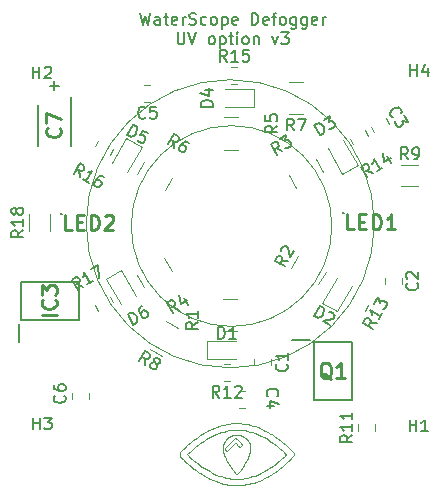
<source format=gbr>
G04 #@! TF.GenerationSoftware,KiCad,Pcbnew,(5.1.10)-1*
G04 #@! TF.CreationDate,2022-02-25T15:53:37+01:00*
G04 #@! TF.ProjectId,led_defogger_PCB_with_UV_2022,6c65645f-6465-4666-9f67-6765725f5043,rev?*
G04 #@! TF.SameCoordinates,Original*
G04 #@! TF.FileFunction,Legend,Top*
G04 #@! TF.FilePolarity,Positive*
%FSLAX46Y46*%
G04 Gerber Fmt 4.6, Leading zero omitted, Abs format (unit mm)*
G04 Created by KiCad (PCBNEW (5.1.10)-1) date 2022-02-25 15:53:37*
%MOMM*%
%LPD*%
G01*
G04 APERTURE LIST*
%ADD10C,0.150000*%
%ADD11C,0.125000*%
%ADD12C,0.050000*%
%ADD13C,0.120000*%
%ADD14C,0.200000*%
%ADD15C,0.254000*%
G04 APERTURE END LIST*
D10*
X178435047Y-85923428D02*
X179196952Y-85923428D01*
X178816000Y-86304380D02*
X178816000Y-85542476D01*
D11*
X194322488Y-118774364D02*
X194411010Y-118663626D01*
X194411010Y-118663626D02*
X194500861Y-118547228D01*
X194500861Y-118547228D02*
X194580738Y-118440272D01*
X194580738Y-118440272D02*
X194665772Y-118322517D01*
X194665772Y-118322517D02*
X194754165Y-118195349D01*
X194754165Y-118195349D02*
X194844116Y-118060152D01*
X194844116Y-118060152D02*
X194911520Y-117954319D01*
X194911520Y-117954319D02*
X194956006Y-117881977D01*
X194621541Y-116443808D02*
X194504542Y-116492306D01*
X194504542Y-116492306D02*
X194387544Y-116443808D01*
X193541121Y-117882189D02*
X193608012Y-117990161D01*
X193608012Y-117990161D02*
X193698067Y-118128823D01*
X193698067Y-118128823D02*
X193787460Y-118260155D01*
X193787460Y-118260155D02*
X193874392Y-118382769D01*
X193874392Y-118382769D02*
X193957061Y-118495277D01*
X193957061Y-118495277D02*
X194033667Y-118596292D01*
X194033667Y-118596292D02*
X194118154Y-118704284D01*
X194118154Y-118704284D02*
X194174533Y-118774364D01*
X194956006Y-117881977D02*
X195037508Y-117743188D01*
X195037508Y-117743188D02*
X195111087Y-117609039D01*
X195111087Y-117609039D02*
X195176723Y-117479587D01*
X195176723Y-117479587D02*
X195234394Y-117354890D01*
X195234394Y-117354890D02*
X195284081Y-117235006D01*
X195284081Y-117235006D02*
X195337876Y-117082745D01*
X195337876Y-117082745D02*
X195377390Y-116939277D01*
X195377390Y-116939277D02*
X195402578Y-116804741D01*
X195402578Y-116804741D02*
X195413389Y-116679270D01*
X195413389Y-116679270D02*
X195413841Y-116649336D01*
X194248511Y-118809501D02*
X194322488Y-118774364D01*
X198439161Y-117146679D02*
X198327041Y-117258564D01*
X198327041Y-117258564D02*
X198218572Y-117362661D01*
X198218572Y-117362661D02*
X198126728Y-117447961D01*
X198126728Y-117447961D02*
X198026216Y-117538538D01*
X198026216Y-117538538D02*
X197917333Y-117633568D01*
X197917333Y-117633568D02*
X197800372Y-117732225D01*
X197800372Y-117732225D02*
X197675628Y-117833684D01*
X197675628Y-117833684D02*
X197543395Y-117937120D01*
X197543395Y-117937120D02*
X197403969Y-118041709D01*
X197403969Y-118041709D02*
X197307168Y-118111667D01*
X191189790Y-118111667D02*
X191045731Y-118006766D01*
X191045731Y-118006766D02*
X190908671Y-117902464D01*
X190908671Y-117902464D02*
X190778906Y-117799586D01*
X190778906Y-117799586D02*
X190656730Y-117698959D01*
X190656730Y-117698959D02*
X190542439Y-117601410D01*
X190542439Y-117601410D02*
X190436329Y-117507766D01*
X190436329Y-117507766D02*
X190338696Y-117418853D01*
X190338696Y-117418853D02*
X190222216Y-117309091D01*
X190222216Y-117309091D02*
X190122031Y-117211170D01*
X190122031Y-117211170D02*
X190058008Y-117146679D01*
X193293439Y-116578746D02*
X194024959Y-115847120D01*
X199021244Y-116967503D02*
X198914220Y-116850397D01*
X198914220Y-116850397D02*
X198795739Y-116728070D01*
X198795739Y-116728070D02*
X198680148Y-116613864D01*
X198680148Y-116613864D02*
X198542612Y-116483514D01*
X198542612Y-116483514D02*
X198439160Y-116389027D01*
X198439160Y-116389027D02*
X198326600Y-116289438D01*
X198326600Y-116289438D02*
X198205189Y-116185575D01*
X198205189Y-116185575D02*
X198075186Y-116078267D01*
X198075186Y-116078267D02*
X197936849Y-115968343D01*
X197936849Y-115968343D02*
X197790435Y-115856632D01*
X197790435Y-115856632D02*
X197636203Y-115743964D01*
X197636203Y-118549500D02*
X197790452Y-118436831D01*
X197790452Y-118436831D02*
X197936879Y-118325120D01*
X197936879Y-118325120D02*
X198075225Y-118215196D01*
X198075225Y-118215196D02*
X198205234Y-118107887D01*
X198205234Y-118107887D02*
X198326647Y-118004022D01*
X198326647Y-118004022D02*
X198439207Y-117904430D01*
X198439207Y-117904430D02*
X198542656Y-117809940D01*
X198542656Y-117809940D02*
X198636738Y-117721380D01*
X198636738Y-117721380D02*
X198759732Y-117601473D01*
X198759732Y-117601473D02*
X198860200Y-117499572D01*
X198860200Y-117499572D02*
X198957614Y-117396546D01*
X198957614Y-117396546D02*
X199021244Y-117325855D01*
X190860965Y-115743964D02*
X190706714Y-115856632D01*
X190706714Y-115856632D02*
X190560284Y-115968343D01*
X190560284Y-115968343D02*
X190421932Y-116078267D01*
X190421932Y-116078267D02*
X190291917Y-116185575D01*
X190291917Y-116185575D02*
X190170496Y-116289438D01*
X190170496Y-116289438D02*
X190057927Y-116389027D01*
X190057927Y-116389027D02*
X189954468Y-116483514D01*
X189954468Y-116483514D02*
X189860377Y-116572070D01*
X189860377Y-116572070D02*
X189737368Y-116691968D01*
X189737368Y-116691968D02*
X189636887Y-116793857D01*
X189636887Y-116793857D02*
X189539459Y-116896860D01*
X189539459Y-116896860D02*
X189475820Y-116967503D01*
X194248511Y-115483900D02*
X194071267Y-115497353D01*
X194071267Y-115497353D02*
X193902339Y-115536384D01*
X193902339Y-115536384D02*
X193743716Y-115599000D01*
X193743716Y-115599000D02*
X193597391Y-115683210D01*
X193597391Y-115683210D02*
X193465355Y-115787021D01*
X193465355Y-115787021D02*
X193349599Y-115908439D01*
X193349599Y-115908439D02*
X193252115Y-116045474D01*
X193252115Y-116045474D02*
X193174894Y-116196131D01*
X193174894Y-116196131D02*
X193119927Y-116358420D01*
X193119927Y-116358420D02*
X193089207Y-116530347D01*
X193089207Y-116530347D02*
X193083180Y-116649336D01*
X194171538Y-116227696D02*
X194112377Y-116227696D01*
X197636203Y-115743964D02*
X197530351Y-115669572D01*
X197530351Y-115669572D02*
X197424266Y-115597414D01*
X197424266Y-115597414D02*
X197317972Y-115527497D01*
X197317972Y-115527497D02*
X197211491Y-115459831D01*
X197211491Y-115459831D02*
X197104847Y-115394424D01*
X197104847Y-115394424D02*
X196891162Y-115270418D01*
X196891162Y-115270418D02*
X196677102Y-115155548D01*
X196677102Y-115155548D02*
X196462852Y-115049880D01*
X196462852Y-115049880D02*
X196248598Y-114953483D01*
X196248598Y-114953483D02*
X196034527Y-114866423D01*
X196034527Y-114866423D02*
X195820822Y-114788767D01*
X195820822Y-114788767D02*
X195607671Y-114720583D01*
X195607671Y-114720583D02*
X195395258Y-114661938D01*
X195395258Y-114661938D02*
X195183769Y-114612900D01*
X195183769Y-114612900D02*
X194973389Y-114573535D01*
X194973389Y-114573535D02*
X194764305Y-114543912D01*
X194764305Y-114543912D02*
X194556701Y-114524096D01*
X194556701Y-114524096D02*
X194350764Y-114514156D01*
X194350764Y-114514156D02*
X194248479Y-114512911D01*
X194248479Y-114512911D02*
X194043463Y-114517888D01*
X194043463Y-114517888D02*
X193836686Y-114532774D01*
X193836686Y-114532774D02*
X193628333Y-114557502D01*
X193628333Y-114557502D02*
X193418591Y-114592004D01*
X193418591Y-114592004D02*
X193207646Y-114636214D01*
X193207646Y-114636214D02*
X192995682Y-114690064D01*
X192995682Y-114690064D02*
X192782887Y-114753487D01*
X192782887Y-114753487D02*
X192569446Y-114826415D01*
X192569446Y-114826415D02*
X192355544Y-114908781D01*
X192355544Y-114908781D02*
X192141369Y-115000519D01*
X192141369Y-115000519D02*
X191927105Y-115101559D01*
X191927105Y-115101559D02*
X191712938Y-115211837D01*
X191712938Y-115211837D02*
X191499055Y-115331283D01*
X191499055Y-115331283D02*
X191285641Y-115459831D01*
X191285641Y-115459831D02*
X191179168Y-115527497D01*
X191179168Y-115527497D02*
X191072882Y-115597414D01*
X191072882Y-115597414D02*
X190966807Y-115669572D01*
X190966807Y-115669572D02*
X190860965Y-115743964D01*
X190058008Y-117146679D02*
X190170084Y-117034793D01*
X190170084Y-117034793D02*
X190278527Y-116930696D01*
X190278527Y-116930696D02*
X190370355Y-116845396D01*
X190370355Y-116845396D02*
X190470851Y-116754819D01*
X190470851Y-116754819D02*
X190579719Y-116659789D01*
X190579719Y-116659789D02*
X190696665Y-116561132D01*
X190696665Y-116561132D02*
X190821392Y-116459673D01*
X190821392Y-116459673D02*
X190953604Y-116356237D01*
X190953604Y-116356237D02*
X191093006Y-116251648D01*
X191093006Y-116251648D02*
X191189790Y-116181691D01*
X189475820Y-117325855D02*
X189559803Y-117418473D01*
X189559803Y-117418473D02*
X189667824Y-117531366D01*
X189667824Y-117531366D02*
X189775911Y-117639580D01*
X189775911Y-117639580D02*
X189906236Y-117764867D01*
X189906236Y-117764867D02*
X190005043Y-117856495D01*
X190005043Y-117856495D02*
X190113090Y-117953640D01*
X190113090Y-117953640D02*
X190230117Y-118055472D01*
X190230117Y-118055472D02*
X190355867Y-118161162D01*
X190355867Y-118161162D02*
X190490083Y-118269883D01*
X190490083Y-118269883D02*
X190632506Y-118380804D01*
X190632506Y-118380804D02*
X190782879Y-118493097D01*
X190782879Y-118493097D02*
X190860966Y-118549500D01*
X197307168Y-116181691D02*
X197451250Y-116286615D01*
X197451250Y-116286615D02*
X197588326Y-116390933D01*
X197588326Y-116390933D02*
X197718102Y-116493818D01*
X197718102Y-116493818D02*
X197840285Y-116594445D01*
X197840285Y-116594445D02*
X197954581Y-116691989D01*
X197954581Y-116691989D02*
X198060699Y-116785625D01*
X198060699Y-116785625D02*
X198158345Y-116874529D01*
X198158345Y-116874529D02*
X198274854Y-116984277D01*
X198274854Y-116984277D02*
X198375086Y-117082189D01*
X198375086Y-117082189D02*
X198439161Y-117146679D01*
X194248479Y-119233077D02*
X194020061Y-119226103D01*
X194020061Y-119226103D02*
X193794666Y-119205874D01*
X193794666Y-119205874D02*
X193572712Y-119173428D01*
X193572712Y-119173428D02*
X193354614Y-119129800D01*
X193354614Y-119129800D02*
X193140788Y-119076028D01*
X193140788Y-119076028D02*
X192931651Y-119013150D01*
X192931651Y-119013150D02*
X192727620Y-118942202D01*
X192727620Y-118942202D02*
X192529110Y-118864221D01*
X192529110Y-118864221D02*
X192336539Y-118780245D01*
X192336539Y-118780245D02*
X192150322Y-118691311D01*
X192150322Y-118691311D02*
X191970877Y-118598456D01*
X191970877Y-118598456D02*
X191798619Y-118502718D01*
X191798619Y-118502718D02*
X191633965Y-118405132D01*
X191633965Y-118405132D02*
X191477331Y-118306737D01*
X191477331Y-118306737D02*
X191329134Y-118208569D01*
X191329134Y-118208569D02*
X191189790Y-118111667D01*
X194024959Y-115847120D02*
X194141997Y-115798780D01*
X194141997Y-115798780D02*
X194258956Y-115847120D01*
X199021244Y-117325855D02*
X199081551Y-117206225D01*
X199081551Y-117206225D02*
X199078679Y-117075501D01*
X199078679Y-117075501D02*
X199021244Y-116967503D01*
X194621541Y-116209811D02*
X194670039Y-116326769D01*
X194670039Y-116326769D02*
X194621541Y-116443808D01*
X191189790Y-116181691D02*
X191329134Y-116084788D01*
X191329134Y-116084788D02*
X191477331Y-115986620D01*
X191477331Y-115986620D02*
X191633965Y-115888225D01*
X191633965Y-115888225D02*
X191798619Y-115790639D01*
X191798619Y-115790639D02*
X191970877Y-115694901D01*
X191970877Y-115694901D02*
X192150322Y-115602046D01*
X192150322Y-115602046D02*
X192336539Y-115513112D01*
X192336539Y-115513112D02*
X192529110Y-115429136D01*
X192529110Y-115429136D02*
X192727620Y-115351155D01*
X192727620Y-115351155D02*
X192931651Y-115280207D01*
X192931651Y-115280207D02*
X193140788Y-115217329D01*
X193140788Y-115217329D02*
X193354614Y-115163557D01*
X193354614Y-115163557D02*
X193572712Y-115119929D01*
X193572712Y-115119929D02*
X193794666Y-115087483D01*
X193794666Y-115087483D02*
X194020061Y-115067254D01*
X194020061Y-115067254D02*
X194248479Y-115060281D01*
X194248479Y-119780553D02*
X194453512Y-119775574D01*
X194453512Y-119775574D02*
X194660302Y-119760685D01*
X194660302Y-119760685D02*
X194868664Y-119735952D01*
X194868664Y-119735952D02*
X195078413Y-119701444D01*
X195078413Y-119701444D02*
X195289364Y-119657227D01*
X195289364Y-119657227D02*
X195501332Y-119603371D01*
X195501332Y-119603371D02*
X195714131Y-119539942D01*
X195714131Y-119539942D02*
X195927577Y-119467008D01*
X195927577Y-119467008D02*
X196141484Y-119384638D01*
X196141484Y-119384638D02*
X196355667Y-119292898D01*
X196355667Y-119292898D02*
X196569942Y-119191857D01*
X196569942Y-119191857D02*
X196784122Y-119081582D01*
X196784122Y-119081582D02*
X196998024Y-118962141D01*
X196998024Y-118962141D02*
X197211461Y-118833601D01*
X197211461Y-118833601D02*
X197317948Y-118765941D01*
X197317948Y-118765941D02*
X197424249Y-118696032D01*
X197424249Y-118696032D02*
X197530342Y-118623882D01*
X197530342Y-118623882D02*
X197636203Y-118549500D01*
X194387544Y-116443808D02*
X194171538Y-116227696D01*
X194112377Y-116227696D02*
X193527436Y-116812743D01*
X193527436Y-116812743D02*
X193410437Y-116861161D01*
X193410437Y-116861161D02*
X193293439Y-116812743D01*
X194248479Y-115060281D02*
X194476914Y-115067254D01*
X194476914Y-115067254D02*
X194702321Y-115087483D01*
X194702321Y-115087483D02*
X194924285Y-115119929D01*
X194924285Y-115119929D02*
X195142388Y-115163557D01*
X195142388Y-115163557D02*
X195356216Y-115217329D01*
X195356216Y-115217329D02*
X195565353Y-115280207D01*
X195565353Y-115280207D02*
X195769381Y-115351155D01*
X195769381Y-115351155D02*
X195967887Y-115429136D01*
X195967887Y-115429136D02*
X196160452Y-115513112D01*
X196160452Y-115513112D02*
X196346663Y-115602046D01*
X196346663Y-115602046D02*
X196526101Y-115694901D01*
X196526101Y-115694901D02*
X196698353Y-115790639D01*
X196698353Y-115790639D02*
X196863001Y-115888225D01*
X196863001Y-115888225D02*
X197019631Y-115986620D01*
X197019631Y-115986620D02*
X197167825Y-116084788D01*
X197167825Y-116084788D02*
X197307168Y-116181691D01*
X193293439Y-116812743D02*
X193244967Y-116695797D01*
X190860966Y-118549500D02*
X190966808Y-118623882D01*
X190966808Y-118623882D02*
X191072883Y-118696032D01*
X191072883Y-118696032D02*
X191179169Y-118765941D01*
X191179169Y-118765941D02*
X191285642Y-118833601D01*
X191285642Y-118833601D02*
X191392278Y-118899004D01*
X191392278Y-118899004D02*
X191605950Y-119023003D01*
X191605950Y-119023003D02*
X191819998Y-119137869D01*
X191819998Y-119137869D02*
X192034236Y-119243536D01*
X192034236Y-119243536D02*
X192248479Y-119339935D01*
X192248479Y-119339935D02*
X192462541Y-119426998D01*
X192462541Y-119426998D02*
X192676236Y-119504659D01*
X192676236Y-119504659D02*
X192889377Y-119572849D01*
X192889377Y-119572849D02*
X193101780Y-119631500D01*
X193101780Y-119631500D02*
X193313257Y-119680545D01*
X193313257Y-119680545D02*
X193523624Y-119719916D01*
X193523624Y-119719916D02*
X193732695Y-119749545D01*
X193732695Y-119749545D02*
X193940283Y-119769364D01*
X193940283Y-119769364D02*
X194146202Y-119779307D01*
X194146202Y-119779307D02*
X194248479Y-119780553D01*
X194174533Y-118774364D02*
X194248511Y-118809501D01*
X194258956Y-115847120D02*
X194621541Y-116209811D01*
X193083180Y-116649336D02*
X193094449Y-116804832D01*
X193094449Y-116804832D02*
X193119650Y-116939429D01*
X193119650Y-116939429D02*
X193159183Y-117082943D01*
X193159183Y-117082943D02*
X193212997Y-117235238D01*
X193212997Y-117235238D02*
X193262698Y-117355138D01*
X193262698Y-117355138D02*
X193320383Y-117479841D01*
X193320383Y-117479841D02*
X193386029Y-117609289D01*
X193386029Y-117609289D02*
X193459615Y-117743424D01*
X193459615Y-117743424D02*
X193541121Y-117882189D01*
X195413841Y-116649336D02*
X195400390Y-116472090D01*
X195400390Y-116472090D02*
X195361366Y-116303154D01*
X195361366Y-116303154D02*
X195298760Y-116144521D01*
X195298760Y-116144521D02*
X195214563Y-115998183D01*
X195214563Y-115998183D02*
X195110767Y-115866132D01*
X195110767Y-115866132D02*
X194989364Y-115750362D01*
X194989364Y-115750362D02*
X194852343Y-115652864D01*
X194852343Y-115652864D02*
X194701698Y-115575630D01*
X194701698Y-115575630D02*
X194539419Y-115520654D01*
X194539419Y-115520654D02*
X194367498Y-115489928D01*
X194367498Y-115489928D02*
X194248511Y-115483900D01*
X193244967Y-116695797D02*
X193293439Y-116578746D01*
X197307168Y-118111667D02*
X197167825Y-118208569D01*
X197167825Y-118208569D02*
X197019631Y-118306737D01*
X197019631Y-118306737D02*
X196863001Y-118405132D01*
X196863001Y-118405132D02*
X196698353Y-118502718D01*
X196698353Y-118502718D02*
X196526101Y-118598456D01*
X196526101Y-118598456D02*
X196346662Y-118691311D01*
X196346662Y-118691311D02*
X196160452Y-118780245D01*
X196160452Y-118780245D02*
X195967886Y-118864221D01*
X195967886Y-118864221D02*
X195769381Y-118942202D01*
X195769381Y-118942202D02*
X195565352Y-119013150D01*
X195565352Y-119013150D02*
X195356216Y-119076028D01*
X195356216Y-119076028D02*
X195142388Y-119129800D01*
X195142388Y-119129800D02*
X194924284Y-119173428D01*
X194924284Y-119173428D02*
X194702321Y-119205874D01*
X194702321Y-119205874D02*
X194476914Y-119226103D01*
X194476914Y-119226103D02*
X194248479Y-119233077D01*
X189475820Y-116967503D02*
X189415512Y-117087204D01*
X189415512Y-117087204D02*
X189418384Y-117217924D01*
X189418384Y-117217924D02*
X189475820Y-117325855D01*
D12*
X205913100Y-97629980D02*
G75*
G03*
X205913100Y-97629980I-12200000J0D01*
G01*
D13*
X202320000Y-97820000D02*
G75*
G03*
X202320000Y-97820000I-8500000J0D01*
G01*
D10*
X186095666Y-79780380D02*
X186333761Y-80780380D01*
X186524238Y-80066095D01*
X186714714Y-80780380D01*
X186952809Y-79780380D01*
X187762333Y-80780380D02*
X187762333Y-80256571D01*
X187714714Y-80161333D01*
X187619476Y-80113714D01*
X187429000Y-80113714D01*
X187333761Y-80161333D01*
X187762333Y-80732761D02*
X187667095Y-80780380D01*
X187429000Y-80780380D01*
X187333761Y-80732761D01*
X187286142Y-80637523D01*
X187286142Y-80542285D01*
X187333761Y-80447047D01*
X187429000Y-80399428D01*
X187667095Y-80399428D01*
X187762333Y-80351809D01*
X188095666Y-80113714D02*
X188476619Y-80113714D01*
X188238523Y-79780380D02*
X188238523Y-80637523D01*
X188286142Y-80732761D01*
X188381380Y-80780380D01*
X188476619Y-80780380D01*
X189190904Y-80732761D02*
X189095666Y-80780380D01*
X188905190Y-80780380D01*
X188809952Y-80732761D01*
X188762333Y-80637523D01*
X188762333Y-80256571D01*
X188809952Y-80161333D01*
X188905190Y-80113714D01*
X189095666Y-80113714D01*
X189190904Y-80161333D01*
X189238523Y-80256571D01*
X189238523Y-80351809D01*
X188762333Y-80447047D01*
X189667095Y-80780380D02*
X189667095Y-80113714D01*
X189667095Y-80304190D02*
X189714714Y-80208952D01*
X189762333Y-80161333D01*
X189857571Y-80113714D01*
X189952809Y-80113714D01*
X190238523Y-80732761D02*
X190381380Y-80780380D01*
X190619476Y-80780380D01*
X190714714Y-80732761D01*
X190762333Y-80685142D01*
X190809952Y-80589904D01*
X190809952Y-80494666D01*
X190762333Y-80399428D01*
X190714714Y-80351809D01*
X190619476Y-80304190D01*
X190429000Y-80256571D01*
X190333761Y-80208952D01*
X190286142Y-80161333D01*
X190238523Y-80066095D01*
X190238523Y-79970857D01*
X190286142Y-79875619D01*
X190333761Y-79828000D01*
X190429000Y-79780380D01*
X190667095Y-79780380D01*
X190809952Y-79828000D01*
X191667095Y-80732761D02*
X191571857Y-80780380D01*
X191381380Y-80780380D01*
X191286142Y-80732761D01*
X191238523Y-80685142D01*
X191190904Y-80589904D01*
X191190904Y-80304190D01*
X191238523Y-80208952D01*
X191286142Y-80161333D01*
X191381380Y-80113714D01*
X191571857Y-80113714D01*
X191667095Y-80161333D01*
X192238523Y-80780380D02*
X192143285Y-80732761D01*
X192095666Y-80685142D01*
X192048047Y-80589904D01*
X192048047Y-80304190D01*
X192095666Y-80208952D01*
X192143285Y-80161333D01*
X192238523Y-80113714D01*
X192381380Y-80113714D01*
X192476619Y-80161333D01*
X192524238Y-80208952D01*
X192571857Y-80304190D01*
X192571857Y-80589904D01*
X192524238Y-80685142D01*
X192476619Y-80732761D01*
X192381380Y-80780380D01*
X192238523Y-80780380D01*
X193000428Y-80113714D02*
X193000428Y-81113714D01*
X193000428Y-80161333D02*
X193095666Y-80113714D01*
X193286142Y-80113714D01*
X193381380Y-80161333D01*
X193429000Y-80208952D01*
X193476619Y-80304190D01*
X193476619Y-80589904D01*
X193429000Y-80685142D01*
X193381380Y-80732761D01*
X193286142Y-80780380D01*
X193095666Y-80780380D01*
X193000428Y-80732761D01*
X194286142Y-80732761D02*
X194190904Y-80780380D01*
X194000428Y-80780380D01*
X193905190Y-80732761D01*
X193857571Y-80637523D01*
X193857571Y-80256571D01*
X193905190Y-80161333D01*
X194000428Y-80113714D01*
X194190904Y-80113714D01*
X194286142Y-80161333D01*
X194333761Y-80256571D01*
X194333761Y-80351809D01*
X193857571Y-80447047D01*
X195524238Y-80780380D02*
X195524238Y-79780380D01*
X195762333Y-79780380D01*
X195905190Y-79828000D01*
X196000428Y-79923238D01*
X196048047Y-80018476D01*
X196095666Y-80208952D01*
X196095666Y-80351809D01*
X196048047Y-80542285D01*
X196000428Y-80637523D01*
X195905190Y-80732761D01*
X195762333Y-80780380D01*
X195524238Y-80780380D01*
X196905190Y-80732761D02*
X196809952Y-80780380D01*
X196619476Y-80780380D01*
X196524238Y-80732761D01*
X196476619Y-80637523D01*
X196476619Y-80256571D01*
X196524238Y-80161333D01*
X196619476Y-80113714D01*
X196809952Y-80113714D01*
X196905190Y-80161333D01*
X196952809Y-80256571D01*
X196952809Y-80351809D01*
X196476619Y-80447047D01*
X197238523Y-80113714D02*
X197619476Y-80113714D01*
X197381380Y-80780380D02*
X197381380Y-79923238D01*
X197429000Y-79828000D01*
X197524238Y-79780380D01*
X197619476Y-79780380D01*
X198095666Y-80780380D02*
X198000428Y-80732761D01*
X197952809Y-80685142D01*
X197905190Y-80589904D01*
X197905190Y-80304190D01*
X197952809Y-80208952D01*
X198000428Y-80161333D01*
X198095666Y-80113714D01*
X198238523Y-80113714D01*
X198333761Y-80161333D01*
X198381380Y-80208952D01*
X198429000Y-80304190D01*
X198429000Y-80589904D01*
X198381380Y-80685142D01*
X198333761Y-80732761D01*
X198238523Y-80780380D01*
X198095666Y-80780380D01*
X199286142Y-80113714D02*
X199286142Y-80923238D01*
X199238523Y-81018476D01*
X199190904Y-81066095D01*
X199095666Y-81113714D01*
X198952809Y-81113714D01*
X198857571Y-81066095D01*
X199286142Y-80732761D02*
X199190904Y-80780380D01*
X199000428Y-80780380D01*
X198905190Y-80732761D01*
X198857571Y-80685142D01*
X198809952Y-80589904D01*
X198809952Y-80304190D01*
X198857571Y-80208952D01*
X198905190Y-80161333D01*
X199000428Y-80113714D01*
X199190904Y-80113714D01*
X199286142Y-80161333D01*
X200190904Y-80113714D02*
X200190904Y-80923238D01*
X200143285Y-81018476D01*
X200095666Y-81066095D01*
X200000428Y-81113714D01*
X199857571Y-81113714D01*
X199762333Y-81066095D01*
X200190904Y-80732761D02*
X200095666Y-80780380D01*
X199905190Y-80780380D01*
X199809952Y-80732761D01*
X199762333Y-80685142D01*
X199714714Y-80589904D01*
X199714714Y-80304190D01*
X199762333Y-80208952D01*
X199809952Y-80161333D01*
X199905190Y-80113714D01*
X200095666Y-80113714D01*
X200190904Y-80161333D01*
X201048047Y-80732761D02*
X200952809Y-80780380D01*
X200762333Y-80780380D01*
X200667095Y-80732761D01*
X200619476Y-80637523D01*
X200619476Y-80256571D01*
X200667095Y-80161333D01*
X200762333Y-80113714D01*
X200952809Y-80113714D01*
X201048047Y-80161333D01*
X201095666Y-80256571D01*
X201095666Y-80351809D01*
X200619476Y-80447047D01*
X201524238Y-80780380D02*
X201524238Y-80113714D01*
X201524238Y-80304190D02*
X201571857Y-80208952D01*
X201619476Y-80161333D01*
X201714714Y-80113714D01*
X201809952Y-80113714D01*
X189262333Y-81430380D02*
X189262333Y-82239904D01*
X189309952Y-82335142D01*
X189357571Y-82382761D01*
X189452809Y-82430380D01*
X189643285Y-82430380D01*
X189738523Y-82382761D01*
X189786142Y-82335142D01*
X189833761Y-82239904D01*
X189833761Y-81430380D01*
X190167095Y-81430380D02*
X190500428Y-82430380D01*
X190833761Y-81430380D01*
X192071857Y-82430380D02*
X191976619Y-82382761D01*
X191929000Y-82335142D01*
X191881380Y-82239904D01*
X191881380Y-81954190D01*
X191929000Y-81858952D01*
X191976619Y-81811333D01*
X192071857Y-81763714D01*
X192214714Y-81763714D01*
X192309952Y-81811333D01*
X192357571Y-81858952D01*
X192405190Y-81954190D01*
X192405190Y-82239904D01*
X192357571Y-82335142D01*
X192309952Y-82382761D01*
X192214714Y-82430380D01*
X192071857Y-82430380D01*
X192833761Y-81763714D02*
X192833761Y-82763714D01*
X192833761Y-81811333D02*
X192929000Y-81763714D01*
X193119476Y-81763714D01*
X193214714Y-81811333D01*
X193262333Y-81858952D01*
X193309952Y-81954190D01*
X193309952Y-82239904D01*
X193262333Y-82335142D01*
X193214714Y-82382761D01*
X193119476Y-82430380D01*
X192929000Y-82430380D01*
X192833761Y-82382761D01*
X193595666Y-81763714D02*
X193976619Y-81763714D01*
X193738523Y-81430380D02*
X193738523Y-82287523D01*
X193786142Y-82382761D01*
X193881380Y-82430380D01*
X193976619Y-82430380D01*
X194309952Y-82430380D02*
X194309952Y-81763714D01*
X194309952Y-81430380D02*
X194262333Y-81478000D01*
X194309952Y-81525619D01*
X194357571Y-81478000D01*
X194309952Y-81430380D01*
X194309952Y-81525619D01*
X194929000Y-82430380D02*
X194833761Y-82382761D01*
X194786142Y-82335142D01*
X194738523Y-82239904D01*
X194738523Y-81954190D01*
X194786142Y-81858952D01*
X194833761Y-81811333D01*
X194929000Y-81763714D01*
X195071857Y-81763714D01*
X195167095Y-81811333D01*
X195214714Y-81858952D01*
X195262333Y-81954190D01*
X195262333Y-82239904D01*
X195214714Y-82335142D01*
X195167095Y-82382761D01*
X195071857Y-82430380D01*
X194929000Y-82430380D01*
X195690904Y-81763714D02*
X195690904Y-82430380D01*
X195690904Y-81858952D02*
X195738523Y-81811333D01*
X195833761Y-81763714D01*
X195976619Y-81763714D01*
X196071857Y-81811333D01*
X196119476Y-81906571D01*
X196119476Y-82430380D01*
X197262333Y-81763714D02*
X197500428Y-82430380D01*
X197738523Y-81763714D01*
X198024238Y-81430380D02*
X198643285Y-81430380D01*
X198309952Y-81811333D01*
X198452809Y-81811333D01*
X198548047Y-81858952D01*
X198595666Y-81906571D01*
X198643285Y-82001809D01*
X198643285Y-82239904D01*
X198595666Y-82335142D01*
X198548047Y-82382761D01*
X198452809Y-82430380D01*
X198167095Y-82430380D01*
X198071857Y-82382761D01*
X198024238Y-82335142D01*
D14*
X200787200Y-107633600D02*
X203987200Y-107633600D01*
X203987200Y-107633600D02*
X203987200Y-112533600D01*
X203987200Y-112533600D02*
X200787200Y-112533600D01*
X200787200Y-112533600D02*
X200787200Y-107633600D01*
X198912200Y-107478600D02*
X200437200Y-107478600D01*
X179437000Y-96786800D02*
G75*
G02*
X179337000Y-96786800I-50000J0D01*
G01*
X179337000Y-96786800D02*
G75*
G02*
X179437000Y-96786800I50000J0D01*
G01*
X179437000Y-96786800D02*
G75*
G02*
X179337000Y-96786800I-50000J0D01*
G01*
X179337000Y-96786800D02*
X179337000Y-96786800D01*
X179437000Y-96786800D02*
X179437000Y-96786800D01*
X179337000Y-96786800D02*
X179337000Y-96786800D01*
X203313000Y-96736000D02*
G75*
G02*
X203213000Y-96736000I-50000J0D01*
G01*
X203213000Y-96736000D02*
G75*
G02*
X203313000Y-96736000I50000J0D01*
G01*
X203313000Y-96736000D02*
G75*
G02*
X203213000Y-96736000I-50000J0D01*
G01*
X203213000Y-96736000D02*
X203213000Y-96736000D01*
X203313000Y-96736000D02*
X203313000Y-96736000D01*
X203213000Y-96736000D02*
X203213000Y-96736000D01*
X175979000Y-105743000D02*
X175979000Y-102543000D01*
X175979000Y-102543000D02*
X180879000Y-102543000D01*
X180879000Y-102543000D02*
X180879000Y-105743000D01*
X180879000Y-105743000D02*
X175979000Y-105743000D01*
X175824000Y-107618000D02*
X175824000Y-106093000D01*
X180241000Y-91031000D02*
X180241000Y-86931000D01*
X177391000Y-87531000D02*
X177391000Y-91031000D01*
D13*
X176636000Y-98263064D02*
X176636000Y-96808936D01*
X178456000Y-98263064D02*
X178456000Y-96808936D01*
X208187936Y-92625500D02*
X209642064Y-92625500D01*
X208187936Y-94445500D02*
X209642064Y-94445500D01*
X182265996Y-104521425D02*
X182527248Y-104973927D01*
X183495752Y-103811425D02*
X183757004Y-104263927D01*
X183491252Y-91767251D02*
X183752504Y-91314749D01*
X182261496Y-91057251D02*
X182522748Y-90604749D01*
X193794748Y-85800000D02*
X194317252Y-85800000D01*
X193794748Y-84380000D02*
X194317252Y-84380000D01*
X203851496Y-90425749D02*
X204112748Y-90878251D01*
X205081252Y-89715749D02*
X205342504Y-90168251D01*
X204112748Y-103812749D02*
X203851496Y-104265251D01*
X205342504Y-104522749D02*
X205081252Y-104975251D01*
X193691252Y-109526000D02*
X193168748Y-109526000D01*
X193691252Y-110946000D02*
X193168748Y-110946000D01*
X205942000Y-115145452D02*
X205942000Y-114622948D01*
X204522000Y-115145452D02*
X204522000Y-114622948D01*
X183191471Y-102307898D02*
X184421471Y-104438320D01*
X184464529Y-101572898D02*
X183191471Y-102307898D01*
X185694529Y-103703320D02*
X184464529Y-101572898D01*
X184921971Y-90392670D02*
X183691971Y-92523092D01*
X186195029Y-91127670D02*
X184921971Y-90392670D01*
X184965029Y-93258092D02*
X186195029Y-91127670D01*
X195716000Y-86260000D02*
X193256000Y-86260000D01*
X195716000Y-87730000D02*
X195716000Y-86260000D01*
X193256000Y-87730000D02*
X195716000Y-87730000D01*
X204483029Y-92641330D02*
X203253029Y-90510908D01*
X203209971Y-93376330D02*
X204483029Y-92641330D01*
X201979971Y-91245908D02*
X203209971Y-93376330D01*
X202752529Y-105056102D02*
X203982529Y-102925680D01*
X201479471Y-104321102D02*
X202752529Y-105056102D01*
X202709471Y-102190680D02*
X201479471Y-104321102D01*
X191761000Y-109066000D02*
X194221000Y-109066000D01*
X191761000Y-107596000D02*
X191761000Y-109066000D01*
X194221000Y-107596000D02*
X191761000Y-107596000D01*
X188245597Y-105836173D02*
X189288403Y-106438237D01*
X186885597Y-108191763D02*
X187928403Y-108793827D01*
X199865064Y-88355000D02*
X198660936Y-88355000D01*
X199865064Y-85635000D02*
X198660936Y-85635000D01*
X188788827Y-93768597D02*
X188186763Y-94811403D01*
X186433237Y-92408597D02*
X185831173Y-93451403D01*
X193187936Y-88630000D02*
X194392064Y-88630000D01*
X193187936Y-91350000D02*
X194392064Y-91350000D01*
X188136763Y-100568597D02*
X188738827Y-101611403D01*
X185781173Y-101928597D02*
X186383237Y-102971403D01*
X199243237Y-94581403D02*
X198641173Y-93538597D01*
X201598827Y-93221403D02*
X200996763Y-92178597D01*
X198821173Y-101361403D02*
X199423237Y-100318597D01*
X201176763Y-102721403D02*
X201778827Y-101678597D01*
X194272064Y-106730000D02*
X193067936Y-106730000D01*
X194272064Y-104010000D02*
X193067936Y-104010000D01*
X181761200Y-111955948D02*
X181761200Y-112478452D01*
X180341200Y-111955948D02*
X180341200Y-112478452D01*
X186951252Y-87324000D02*
X186428748Y-87324000D01*
X186951252Y-85904000D02*
X186428748Y-85904000D01*
X194429748Y-111812000D02*
X194952252Y-111812000D01*
X194429748Y-113232000D02*
X194952252Y-113232000D01*
X205890748Y-89862251D02*
X205629496Y-89409749D01*
X207120504Y-89152251D02*
X206859252Y-88699749D01*
X208228000Y-102227748D02*
X208228000Y-102750252D01*
X206808000Y-102227748D02*
X206808000Y-102750252D01*
X197179000Y-109085748D02*
X197179000Y-109608252D01*
X195759000Y-109085748D02*
X195759000Y-109608252D01*
D15*
X202266247Y-110779076D02*
X202145295Y-110718600D01*
X202024342Y-110597647D01*
X201842914Y-110416219D01*
X201721961Y-110355742D01*
X201601009Y-110355742D01*
X201661485Y-110658123D02*
X201540533Y-110597647D01*
X201419580Y-110476695D01*
X201359104Y-110234790D01*
X201359104Y-109811457D01*
X201419580Y-109569552D01*
X201540533Y-109448600D01*
X201661485Y-109388123D01*
X201903390Y-109388123D01*
X202024342Y-109448600D01*
X202145295Y-109569552D01*
X202205771Y-109811457D01*
X202205771Y-110234790D01*
X202145295Y-110476695D01*
X202024342Y-110597647D01*
X201903390Y-110658123D01*
X201661485Y-110658123D01*
X203415295Y-110658123D02*
X202689580Y-110658123D01*
X203052438Y-110658123D02*
X203052438Y-109388123D01*
X202931485Y-109569552D01*
X202810533Y-109690504D01*
X202689580Y-109750980D01*
X180315809Y-98161323D02*
X179711047Y-98161323D01*
X179711047Y-96891323D01*
X180739142Y-97496085D02*
X181162476Y-97496085D01*
X181343904Y-98161323D02*
X180739142Y-98161323D01*
X180739142Y-96891323D01*
X181343904Y-96891323D01*
X181888190Y-98161323D02*
X181888190Y-96891323D01*
X182190571Y-96891323D01*
X182372000Y-96951800D01*
X182492952Y-97072752D01*
X182553428Y-97193704D01*
X182613904Y-97435609D01*
X182613904Y-97617038D01*
X182553428Y-97858942D01*
X182492952Y-97979895D01*
X182372000Y-98100847D01*
X182190571Y-98161323D01*
X181888190Y-98161323D01*
X183097714Y-97012276D02*
X183158190Y-96951800D01*
X183279142Y-96891323D01*
X183581523Y-96891323D01*
X183702476Y-96951800D01*
X183762952Y-97012276D01*
X183823428Y-97133228D01*
X183823428Y-97254180D01*
X183762952Y-97435609D01*
X183037238Y-98161323D01*
X183823428Y-98161323D01*
X204191809Y-98110523D02*
X203587047Y-98110523D01*
X203587047Y-96840523D01*
X204615142Y-97445285D02*
X205038476Y-97445285D01*
X205219904Y-98110523D02*
X204615142Y-98110523D01*
X204615142Y-96840523D01*
X205219904Y-96840523D01*
X205764190Y-98110523D02*
X205764190Y-96840523D01*
X206066571Y-96840523D01*
X206248000Y-96901000D01*
X206368952Y-97021952D01*
X206429428Y-97142904D01*
X206489904Y-97384809D01*
X206489904Y-97566238D01*
X206429428Y-97808142D01*
X206368952Y-97929095D01*
X206248000Y-98050047D01*
X206066571Y-98110523D01*
X205764190Y-98110523D01*
X207699428Y-98110523D02*
X206973714Y-98110523D01*
X207336571Y-98110523D02*
X207336571Y-96840523D01*
X207215619Y-97021952D01*
X207094666Y-97142904D01*
X206973714Y-97203380D01*
X179003523Y-105382761D02*
X177733523Y-105382761D01*
X178882571Y-104052285D02*
X178943047Y-104112761D01*
X179003523Y-104294190D01*
X179003523Y-104415142D01*
X178943047Y-104596571D01*
X178822095Y-104717523D01*
X178701142Y-104778000D01*
X178459238Y-104838476D01*
X178277809Y-104838476D01*
X178035904Y-104778000D01*
X177914952Y-104717523D01*
X177794000Y-104596571D01*
X177733523Y-104415142D01*
X177733523Y-104294190D01*
X177794000Y-104112761D01*
X177854476Y-104052285D01*
X177733523Y-103628952D02*
X177733523Y-102842761D01*
X178217333Y-103266095D01*
X178217333Y-103084666D01*
X178277809Y-102963714D01*
X178338285Y-102903238D01*
X178459238Y-102842761D01*
X178761619Y-102842761D01*
X178882571Y-102903238D01*
X178943047Y-102963714D01*
X179003523Y-103084666D01*
X179003523Y-103447523D01*
X178943047Y-103568476D01*
X178882571Y-103628952D01*
X179269571Y-89492666D02*
X179330047Y-89553142D01*
X179390523Y-89734571D01*
X179390523Y-89855523D01*
X179330047Y-90036952D01*
X179209095Y-90157904D01*
X179088142Y-90218380D01*
X178846238Y-90278857D01*
X178664809Y-90278857D01*
X178422904Y-90218380D01*
X178301952Y-90157904D01*
X178181000Y-90036952D01*
X178120523Y-89855523D01*
X178120523Y-89734571D01*
X178181000Y-89553142D01*
X178241476Y-89492666D01*
X178120523Y-89069333D02*
X178120523Y-88222666D01*
X179390523Y-88766952D01*
D10*
X208940495Y-85110580D02*
X208940495Y-84110580D01*
X208940495Y-84586771D02*
X209511923Y-84586771D01*
X209511923Y-85110580D02*
X209511923Y-84110580D01*
X210416685Y-84443914D02*
X210416685Y-85110580D01*
X210178590Y-84062961D02*
X209940495Y-84777247D01*
X210559542Y-84777247D01*
X177012695Y-115031780D02*
X177012695Y-114031780D01*
X177012695Y-114507971D02*
X177584123Y-114507971D01*
X177584123Y-115031780D02*
X177584123Y-114031780D01*
X177965076Y-114031780D02*
X178584123Y-114031780D01*
X178250790Y-114412733D01*
X178393647Y-114412733D01*
X178488885Y-114460352D01*
X178536504Y-114507971D01*
X178584123Y-114603209D01*
X178584123Y-114841304D01*
X178536504Y-114936542D01*
X178488885Y-114984161D01*
X178393647Y-115031780D01*
X178107933Y-115031780D01*
X178012695Y-114984161D01*
X177965076Y-114936542D01*
X176987295Y-85313780D02*
X176987295Y-84313780D01*
X176987295Y-84789971D02*
X177558723Y-84789971D01*
X177558723Y-85313780D02*
X177558723Y-84313780D01*
X177987295Y-84409019D02*
X178034914Y-84361400D01*
X178130152Y-84313780D01*
X178368247Y-84313780D01*
X178463485Y-84361400D01*
X178511104Y-84409019D01*
X178558723Y-84504257D01*
X178558723Y-84599495D01*
X178511104Y-84742352D01*
X177939676Y-85313780D01*
X178558723Y-85313780D01*
X208889695Y-115209580D02*
X208889695Y-114209580D01*
X208889695Y-114685771D02*
X209461123Y-114685771D01*
X209461123Y-115209580D02*
X209461123Y-114209580D01*
X210461123Y-115209580D02*
X209889695Y-115209580D01*
X210175409Y-115209580D02*
X210175409Y-114209580D01*
X210080171Y-114352438D01*
X209984933Y-114447676D01*
X209889695Y-114495295D01*
X176178380Y-98178857D02*
X175702190Y-98512190D01*
X176178380Y-98750285D02*
X175178380Y-98750285D01*
X175178380Y-98369333D01*
X175226000Y-98274095D01*
X175273619Y-98226476D01*
X175368857Y-98178857D01*
X175511714Y-98178857D01*
X175606952Y-98226476D01*
X175654571Y-98274095D01*
X175702190Y-98369333D01*
X175702190Y-98750285D01*
X176178380Y-97226476D02*
X176178380Y-97797904D01*
X176178380Y-97512190D02*
X175178380Y-97512190D01*
X175321238Y-97607428D01*
X175416476Y-97702666D01*
X175464095Y-97797904D01*
X175606952Y-96655047D02*
X175559333Y-96750285D01*
X175511714Y-96797904D01*
X175416476Y-96845523D01*
X175368857Y-96845523D01*
X175273619Y-96797904D01*
X175226000Y-96750285D01*
X175178380Y-96655047D01*
X175178380Y-96464571D01*
X175226000Y-96369333D01*
X175273619Y-96321714D01*
X175368857Y-96274095D01*
X175416476Y-96274095D01*
X175511714Y-96321714D01*
X175559333Y-96369333D01*
X175606952Y-96464571D01*
X175606952Y-96655047D01*
X175654571Y-96750285D01*
X175702190Y-96797904D01*
X175797428Y-96845523D01*
X175987904Y-96845523D01*
X176083142Y-96797904D01*
X176130761Y-96750285D01*
X176178380Y-96655047D01*
X176178380Y-96464571D01*
X176130761Y-96369333D01*
X176083142Y-96321714D01*
X175987904Y-96274095D01*
X175797428Y-96274095D01*
X175702190Y-96321714D01*
X175654571Y-96369333D01*
X175606952Y-96464571D01*
X208748333Y-92167880D02*
X208415000Y-91691690D01*
X208176904Y-92167880D02*
X208176904Y-91167880D01*
X208557857Y-91167880D01*
X208653095Y-91215500D01*
X208700714Y-91263119D01*
X208748333Y-91358357D01*
X208748333Y-91501214D01*
X208700714Y-91596452D01*
X208653095Y-91644071D01*
X208557857Y-91691690D01*
X208176904Y-91691690D01*
X209224523Y-92167880D02*
X209415000Y-92167880D01*
X209510238Y-92120261D01*
X209557857Y-92072642D01*
X209653095Y-91929785D01*
X209700714Y-91739309D01*
X209700714Y-91358357D01*
X209653095Y-91263119D01*
X209605476Y-91215500D01*
X209510238Y-91167880D01*
X209319761Y-91167880D01*
X209224523Y-91215500D01*
X209176904Y-91263119D01*
X209129285Y-91358357D01*
X209129285Y-91596452D01*
X209176904Y-91691690D01*
X209224523Y-91739309D01*
X209319761Y-91786928D01*
X209510238Y-91786928D01*
X209605476Y-91739309D01*
X209653095Y-91691690D01*
X209700714Y-91596452D01*
X181279459Y-102948201D02*
X180752689Y-102702475D01*
X180784588Y-103233916D02*
X180284588Y-102367890D01*
X180614502Y-102177414D01*
X180720790Y-102171034D01*
X180785839Y-102188464D01*
X180874697Y-102247133D01*
X180946126Y-102370851D01*
X180952506Y-102477139D01*
X180935076Y-102542188D01*
X180876407Y-102631047D01*
X180546492Y-102821523D01*
X182104245Y-102472011D02*
X181609374Y-102757725D01*
X181856810Y-102614868D02*
X181356810Y-101748843D01*
X181345760Y-101920180D01*
X181310900Y-102050277D01*
X181252231Y-102139136D01*
X181892921Y-101439319D02*
X182470271Y-101105986D01*
X182599117Y-102186297D01*
X180954078Y-93669344D02*
X180903499Y-93090285D01*
X180459207Y-93383630D02*
X180959207Y-92517605D01*
X181289121Y-92708081D01*
X181347790Y-92796939D01*
X181365220Y-92861988D01*
X181358840Y-92968276D01*
X181287412Y-93091994D01*
X181198553Y-93150663D01*
X181133505Y-93168093D01*
X181027216Y-93161713D01*
X180697302Y-92971237D01*
X181778865Y-94145535D02*
X181283993Y-93859821D01*
X181531429Y-94002678D02*
X182031429Y-93136652D01*
X181877521Y-93212751D01*
X181747424Y-93247611D01*
X181641136Y-93241231D01*
X183021172Y-93708081D02*
X182856215Y-93612843D01*
X182749927Y-93606463D01*
X182684878Y-93623893D01*
X182530971Y-93699992D01*
X182394493Y-93841139D01*
X182204017Y-94171054D01*
X182197637Y-94277342D01*
X182215067Y-94342391D01*
X182273736Y-94431249D01*
X182438693Y-94526487D01*
X182544982Y-94532867D01*
X182610030Y-94515437D01*
X182698889Y-94456768D01*
X182817936Y-94250572D01*
X182824316Y-94144283D01*
X182806886Y-94079235D01*
X182748217Y-93990376D01*
X182583260Y-93895138D01*
X182476972Y-93888758D01*
X182411923Y-93906188D01*
X182323065Y-93964857D01*
X193413142Y-83892380D02*
X193079809Y-83416190D01*
X192841714Y-83892380D02*
X192841714Y-82892380D01*
X193222666Y-82892380D01*
X193317904Y-82940000D01*
X193365523Y-82987619D01*
X193413142Y-83082857D01*
X193413142Y-83225714D01*
X193365523Y-83320952D01*
X193317904Y-83368571D01*
X193222666Y-83416190D01*
X192841714Y-83416190D01*
X194365523Y-83892380D02*
X193794095Y-83892380D01*
X194079809Y-83892380D02*
X194079809Y-82892380D01*
X193984571Y-83035238D01*
X193889333Y-83130476D01*
X193794095Y-83178095D01*
X195270285Y-82892380D02*
X194794095Y-82892380D01*
X194746476Y-83368571D01*
X194794095Y-83320952D01*
X194889333Y-83273333D01*
X195127428Y-83273333D01*
X195222666Y-83320952D01*
X195270285Y-83368571D01*
X195317904Y-83463809D01*
X195317904Y-83701904D01*
X195270285Y-83797142D01*
X195222666Y-83844761D01*
X195127428Y-83892380D01*
X194889333Y-83892380D01*
X194794095Y-83844761D01*
X194746476Y-83797142D01*
X205773444Y-93366376D02*
X205246674Y-93120650D01*
X205278573Y-93652091D02*
X204778573Y-92786065D01*
X205108487Y-92595589D01*
X205214775Y-92589209D01*
X205279824Y-92606639D01*
X205368682Y-92665308D01*
X205440111Y-92789026D01*
X205446491Y-92895314D01*
X205429061Y-92960363D01*
X205370392Y-93049222D01*
X205040477Y-93239698D01*
X206598230Y-92890186D02*
X206103359Y-93175900D01*
X206350795Y-93033043D02*
X205850795Y-92167018D01*
X205839745Y-92338355D01*
X205804885Y-92468452D01*
X205746216Y-92557311D01*
X207007205Y-91884264D02*
X207340538Y-92461615D01*
X206610532Y-91673397D02*
X206761478Y-92411035D01*
X207297589Y-92101511D01*
X206096286Y-106001921D02*
X205517227Y-106052500D01*
X205810572Y-106496792D02*
X204944547Y-105996792D01*
X205135023Y-105666878D01*
X205223881Y-105608209D01*
X205288930Y-105590779D01*
X205395218Y-105597159D01*
X205518936Y-105668587D01*
X205577605Y-105757446D01*
X205595035Y-105822494D01*
X205588655Y-105928783D01*
X205398179Y-106258697D01*
X206572477Y-105177134D02*
X206286763Y-105672006D01*
X206429620Y-105424570D02*
X205563594Y-104924570D01*
X205639693Y-105078478D01*
X205674553Y-105208575D01*
X205668173Y-105314863D01*
X205873118Y-104388459D02*
X206182642Y-103852348D01*
X206345890Y-104331500D01*
X206417318Y-104207782D01*
X206506177Y-104149113D01*
X206571225Y-104131683D01*
X206677514Y-104138063D01*
X206883710Y-104257110D01*
X206942379Y-104345969D01*
X206959809Y-104411017D01*
X206953429Y-104517306D01*
X206810572Y-104764741D01*
X206721714Y-104823411D01*
X206656665Y-104840840D01*
X192787142Y-112338380D02*
X192453809Y-111862190D01*
X192215714Y-112338380D02*
X192215714Y-111338380D01*
X192596666Y-111338380D01*
X192691904Y-111386000D01*
X192739523Y-111433619D01*
X192787142Y-111528857D01*
X192787142Y-111671714D01*
X192739523Y-111766952D01*
X192691904Y-111814571D01*
X192596666Y-111862190D01*
X192215714Y-111862190D01*
X193739523Y-112338380D02*
X193168095Y-112338380D01*
X193453809Y-112338380D02*
X193453809Y-111338380D01*
X193358571Y-111481238D01*
X193263333Y-111576476D01*
X193168095Y-111624095D01*
X194120476Y-111433619D02*
X194168095Y-111386000D01*
X194263333Y-111338380D01*
X194501428Y-111338380D01*
X194596666Y-111386000D01*
X194644285Y-111433619D01*
X194691904Y-111528857D01*
X194691904Y-111624095D01*
X194644285Y-111766952D01*
X194072857Y-112338380D01*
X194691904Y-112338380D01*
X204034380Y-115527057D02*
X203558190Y-115860390D01*
X204034380Y-116098485D02*
X203034380Y-116098485D01*
X203034380Y-115717533D01*
X203082000Y-115622295D01*
X203129619Y-115574676D01*
X203224857Y-115527057D01*
X203367714Y-115527057D01*
X203462952Y-115574676D01*
X203510571Y-115622295D01*
X203558190Y-115717533D01*
X203558190Y-116098485D01*
X204034380Y-114574676D02*
X204034380Y-115146104D01*
X204034380Y-114860390D02*
X203034380Y-114860390D01*
X203177238Y-114955628D01*
X203272476Y-115050866D01*
X203320095Y-115146104D01*
X204034380Y-113622295D02*
X204034380Y-114193723D01*
X204034380Y-113908009D02*
X203034380Y-113908009D01*
X203177238Y-114003247D01*
X203272476Y-114098485D01*
X203320095Y-114193723D01*
X185514981Y-106170821D02*
X185014981Y-105304795D01*
X185221177Y-105185747D01*
X185368705Y-105155558D01*
X185498802Y-105190418D01*
X185587661Y-105249087D01*
X185724138Y-105390235D01*
X185795567Y-105513952D01*
X185849565Y-105702719D01*
X185855945Y-105809007D01*
X185821086Y-105939105D01*
X185721177Y-106051773D01*
X185514981Y-106170821D01*
X186252160Y-104590509D02*
X186087203Y-104685747D01*
X186028534Y-104774606D01*
X186011104Y-104839655D01*
X186000054Y-105010992D01*
X186054053Y-105199758D01*
X186244529Y-105529673D01*
X186333387Y-105588342D01*
X186398436Y-105605772D01*
X186504724Y-105599392D01*
X186669681Y-105504154D01*
X186728350Y-105415295D01*
X186745780Y-105350247D01*
X186739400Y-105243959D01*
X186620353Y-105037762D01*
X186531494Y-104979093D01*
X186466446Y-104961663D01*
X186360157Y-104968043D01*
X186195200Y-105063281D01*
X186136531Y-105152139D01*
X186119101Y-105217188D01*
X186125481Y-105323476D01*
X184987864Y-90104645D02*
X185487864Y-89238620D01*
X185694060Y-89357667D01*
X185793969Y-89470335D01*
X185828828Y-89600433D01*
X185822449Y-89706721D01*
X185768450Y-89895488D01*
X185697021Y-90019206D01*
X185560544Y-90160354D01*
X185471685Y-90219023D01*
X185341588Y-90253882D01*
X185194060Y-90223693D01*
X184987864Y-90104645D01*
X186766282Y-89976715D02*
X186353889Y-89738620D01*
X186074555Y-90127203D01*
X186139603Y-90109774D01*
X186245892Y-90116153D01*
X186452088Y-90235201D01*
X186510757Y-90324059D01*
X186528187Y-90389108D01*
X186521807Y-90495396D01*
X186402760Y-90701593D01*
X186313901Y-90760262D01*
X186248852Y-90777692D01*
X186142564Y-90771312D01*
X185936368Y-90652264D01*
X185877699Y-90563406D01*
X185860269Y-90498357D01*
X192222380Y-87733095D02*
X191222380Y-87733095D01*
X191222380Y-87495000D01*
X191270000Y-87352142D01*
X191365238Y-87256904D01*
X191460476Y-87209285D01*
X191650952Y-87161666D01*
X191793809Y-87161666D01*
X191984285Y-87209285D01*
X192079523Y-87256904D01*
X192174761Y-87352142D01*
X192222380Y-87495000D01*
X192222380Y-87733095D01*
X191555714Y-86304523D02*
X192222380Y-86304523D01*
X191174761Y-86542619D02*
X191889047Y-86780714D01*
X191889047Y-86161666D01*
X201333481Y-90132344D02*
X200833481Y-89266318D01*
X201039677Y-89147270D01*
X201187205Y-89117081D01*
X201317302Y-89151941D01*
X201406161Y-89210610D01*
X201542638Y-89351758D01*
X201614067Y-89475475D01*
X201668065Y-89664242D01*
X201674445Y-89770530D01*
X201639586Y-89900628D01*
X201539677Y-90013296D01*
X201333481Y-90132344D01*
X201617028Y-88813937D02*
X202153139Y-88504413D01*
X202054940Y-89000994D01*
X202178657Y-88929566D01*
X202284946Y-88923186D01*
X202349994Y-88940616D01*
X202438853Y-88999285D01*
X202557900Y-89205482D01*
X202564280Y-89311770D01*
X202546850Y-89376818D01*
X202488181Y-89465677D01*
X202240745Y-89608534D01*
X202134457Y-89614914D01*
X202069408Y-89597484D01*
X200810600Y-105432725D02*
X201310600Y-104566700D01*
X201516796Y-104685747D01*
X201616705Y-104798415D01*
X201651564Y-104928513D01*
X201645185Y-105034801D01*
X201591186Y-105223568D01*
X201519757Y-105347286D01*
X201383280Y-105488434D01*
X201294421Y-105547103D01*
X201164324Y-105581962D01*
X201016796Y-105551773D01*
X200810600Y-105432725D01*
X202087767Y-105125369D02*
X202152816Y-105107939D01*
X202259104Y-105114319D01*
X202465300Y-105233367D01*
X202523969Y-105322225D01*
X202541399Y-105387274D01*
X202535019Y-105493562D01*
X202487400Y-105576040D01*
X202374733Y-105675949D01*
X201594147Y-105885106D01*
X202130258Y-106194630D01*
X192682904Y-107353380D02*
X192682904Y-106353380D01*
X192921000Y-106353380D01*
X193063857Y-106401000D01*
X193159095Y-106496238D01*
X193206714Y-106591476D01*
X193254333Y-106781952D01*
X193254333Y-106924809D01*
X193206714Y-107115285D01*
X193159095Y-107210523D01*
X193063857Y-107305761D01*
X192921000Y-107353380D01*
X192682904Y-107353380D01*
X194206714Y-107353380D02*
X193635285Y-107353380D01*
X193921000Y-107353380D02*
X193921000Y-106353380D01*
X193825761Y-106496238D01*
X193730523Y-106591476D01*
X193635285Y-106639095D01*
X186516471Y-109573441D02*
X186465892Y-108994381D01*
X186021600Y-109287726D02*
X186521600Y-108421701D01*
X186851514Y-108612177D01*
X186910183Y-108701035D01*
X186927613Y-108766084D01*
X186921233Y-108872372D01*
X186849805Y-108996090D01*
X186760946Y-109054759D01*
X186695898Y-109072189D01*
X186589609Y-109065809D01*
X186259695Y-108875333D01*
X187297057Y-109364283D02*
X187238388Y-109275425D01*
X187220959Y-109210376D01*
X187227338Y-109104088D01*
X187251148Y-109062849D01*
X187340006Y-109004179D01*
X187405055Y-108986750D01*
X187511343Y-108993129D01*
X187676300Y-109088368D01*
X187734969Y-109177226D01*
X187752399Y-109242275D01*
X187746019Y-109348563D01*
X187722210Y-109389802D01*
X187633352Y-109448471D01*
X187568303Y-109465901D01*
X187462015Y-109459521D01*
X187297057Y-109364283D01*
X187190769Y-109357903D01*
X187125720Y-109375333D01*
X187036862Y-109434002D01*
X186941624Y-109598960D01*
X186935244Y-109705248D01*
X186952674Y-109770296D01*
X187011343Y-109859155D01*
X187176300Y-109954393D01*
X187282588Y-109960773D01*
X187347637Y-109943343D01*
X187436496Y-109884674D01*
X187531734Y-109719717D01*
X187538113Y-109613428D01*
X187520684Y-109548380D01*
X187462015Y-109459521D01*
X199096333Y-89727380D02*
X198763000Y-89251190D01*
X198524904Y-89727380D02*
X198524904Y-88727380D01*
X198905857Y-88727380D01*
X199001095Y-88775000D01*
X199048714Y-88822619D01*
X199096333Y-88917857D01*
X199096333Y-89060714D01*
X199048714Y-89155952D01*
X199001095Y-89203571D01*
X198905857Y-89251190D01*
X198524904Y-89251190D01*
X199429666Y-88727380D02*
X200096333Y-88727380D01*
X199667761Y-89727380D01*
X188939471Y-91198440D02*
X188888892Y-90619380D01*
X188444600Y-90912725D02*
X188944600Y-90046700D01*
X189274514Y-90237176D01*
X189333183Y-90326034D01*
X189350613Y-90391083D01*
X189344233Y-90497371D01*
X189272805Y-90621089D01*
X189183946Y-90679758D01*
X189118898Y-90697188D01*
X189012609Y-90690808D01*
X188682695Y-90500332D01*
X190181779Y-90760986D02*
X190016822Y-90665747D01*
X189910534Y-90659368D01*
X189845485Y-90676798D01*
X189691578Y-90752896D01*
X189555100Y-90894044D01*
X189364624Y-91223959D01*
X189358244Y-91330247D01*
X189375674Y-91395295D01*
X189434343Y-91484154D01*
X189599300Y-91579392D01*
X189705588Y-91585772D01*
X189770637Y-91568342D01*
X189859496Y-91509673D01*
X189978543Y-91303476D01*
X189984923Y-91197188D01*
X189967493Y-91132139D01*
X189908824Y-91043281D01*
X189743867Y-90948043D01*
X189637579Y-90941663D01*
X189572530Y-90959093D01*
X189483672Y-91017762D01*
X197683380Y-89320666D02*
X197207190Y-89654000D01*
X197683380Y-89892095D02*
X196683380Y-89892095D01*
X196683380Y-89511142D01*
X196731000Y-89415904D01*
X196778619Y-89368285D01*
X196873857Y-89320666D01*
X197016714Y-89320666D01*
X197111952Y-89368285D01*
X197159571Y-89415904D01*
X197207190Y-89511142D01*
X197207190Y-89892095D01*
X196683380Y-88415904D02*
X196683380Y-88892095D01*
X197159571Y-88939714D01*
X197111952Y-88892095D01*
X197064333Y-88796857D01*
X197064333Y-88558761D01*
X197111952Y-88463523D01*
X197159571Y-88415904D01*
X197254809Y-88368285D01*
X197492904Y-88368285D01*
X197588142Y-88415904D01*
X197635761Y-88463523D01*
X197683380Y-88558761D01*
X197683380Y-88796857D01*
X197635761Y-88892095D01*
X197588142Y-88939714D01*
X189351852Y-104895106D02*
X188825082Y-104649380D01*
X188856981Y-105180821D02*
X188356981Y-104314795D01*
X188686895Y-104124319D01*
X188793183Y-104117939D01*
X188858232Y-104135369D01*
X188947091Y-104194038D01*
X189018519Y-104317756D01*
X189024899Y-104424044D01*
X189007469Y-104489093D01*
X188948800Y-104577951D01*
X188618886Y-104768427D01*
X189760827Y-103889185D02*
X190094160Y-104466535D01*
X189364154Y-103678318D02*
X189515100Y-104415955D01*
X190051211Y-104106431D01*
X198121852Y-91485106D02*
X197595082Y-91239380D01*
X197626981Y-91770821D02*
X197126981Y-90904795D01*
X197456895Y-90714319D01*
X197563183Y-90707939D01*
X197628232Y-90725369D01*
X197717091Y-90784038D01*
X197788519Y-90907756D01*
X197794899Y-91014044D01*
X197777469Y-91079093D01*
X197718800Y-91167951D01*
X197388886Y-91358427D01*
X197910528Y-90452414D02*
X198446639Y-90142890D01*
X198348440Y-90639471D01*
X198472157Y-90568043D01*
X198578446Y-90561663D01*
X198643494Y-90579093D01*
X198732353Y-90637762D01*
X198851400Y-90843959D01*
X198857780Y-90950247D01*
X198840350Y-91015295D01*
X198781681Y-91104154D01*
X198534245Y-91247011D01*
X198427957Y-91253391D01*
X198362908Y-91235961D01*
X198633902Y-100750528D02*
X198054842Y-100801107D01*
X198348187Y-101245399D02*
X197482162Y-100745399D01*
X197672638Y-100415485D01*
X197761496Y-100356816D01*
X197826545Y-100339386D01*
X197932833Y-100345766D01*
X198056551Y-100417194D01*
X198115220Y-100506053D01*
X198132650Y-100571101D01*
X198126270Y-100677390D01*
X197935794Y-101007304D01*
X198040831Y-99968232D02*
X198023401Y-99903183D01*
X198029781Y-99796895D01*
X198148829Y-99590699D01*
X198237687Y-99532030D01*
X198302736Y-99514600D01*
X198409024Y-99520980D01*
X198491502Y-99568599D01*
X198591411Y-99681266D01*
X198800568Y-100461852D01*
X199110092Y-99925741D01*
X190952380Y-105957666D02*
X190476190Y-106291000D01*
X190952380Y-106529095D02*
X189952380Y-106529095D01*
X189952380Y-106148142D01*
X190000000Y-106052904D01*
X190047619Y-106005285D01*
X190142857Y-105957666D01*
X190285714Y-105957666D01*
X190380952Y-106005285D01*
X190428571Y-106052904D01*
X190476190Y-106148142D01*
X190476190Y-106529095D01*
X190952380Y-105005285D02*
X190952380Y-105576714D01*
X190952380Y-105291000D02*
X189952380Y-105291000D01*
X190095238Y-105386238D01*
X190190476Y-105481476D01*
X190238095Y-105576714D01*
X179668630Y-112171336D02*
X179716249Y-112218955D01*
X179763868Y-112361812D01*
X179763868Y-112457050D01*
X179716249Y-112599908D01*
X179621011Y-112695146D01*
X179525773Y-112742765D01*
X179335297Y-112790384D01*
X179192440Y-112790384D01*
X179001964Y-112742765D01*
X178906726Y-112695146D01*
X178811488Y-112599908D01*
X178763868Y-112457050D01*
X178763868Y-112361812D01*
X178811488Y-112218955D01*
X178859107Y-112171336D01*
X178763868Y-111314193D02*
X178763868Y-111504670D01*
X178811488Y-111599908D01*
X178859107Y-111647527D01*
X179001964Y-111742765D01*
X179192440Y-111790384D01*
X179573392Y-111790384D01*
X179668630Y-111742765D01*
X179716249Y-111695146D01*
X179763868Y-111599908D01*
X179763868Y-111409431D01*
X179716249Y-111314193D01*
X179668630Y-111266574D01*
X179573392Y-111218955D01*
X179335297Y-111218955D01*
X179240059Y-111266574D01*
X179192440Y-111314193D01*
X179144821Y-111409431D01*
X179144821Y-111599908D01*
X179192440Y-111695146D01*
X179240059Y-111742765D01*
X179335297Y-111790384D01*
X186523333Y-88621142D02*
X186475714Y-88668761D01*
X186332857Y-88716380D01*
X186237619Y-88716380D01*
X186094761Y-88668761D01*
X185999523Y-88573523D01*
X185951904Y-88478285D01*
X185904285Y-88287809D01*
X185904285Y-88144952D01*
X185951904Y-87954476D01*
X185999523Y-87859238D01*
X186094761Y-87764000D01*
X186237619Y-87716380D01*
X186332857Y-87716380D01*
X186475714Y-87764000D01*
X186523333Y-87811619D01*
X187428095Y-87716380D02*
X186951904Y-87716380D01*
X186904285Y-88192571D01*
X186951904Y-88144952D01*
X187047142Y-88097333D01*
X187285238Y-88097333D01*
X187380476Y-88144952D01*
X187428095Y-88192571D01*
X187475714Y-88287809D01*
X187475714Y-88525904D01*
X187428095Y-88621142D01*
X187380476Y-88668761D01*
X187285238Y-88716380D01*
X187047142Y-88716380D01*
X186951904Y-88668761D01*
X186904285Y-88621142D01*
X196873857Y-112228333D02*
X196826238Y-112180714D01*
X196778619Y-112037857D01*
X196778619Y-111942619D01*
X196826238Y-111799761D01*
X196921476Y-111704523D01*
X197016714Y-111656904D01*
X197207190Y-111609285D01*
X197350047Y-111609285D01*
X197540523Y-111656904D01*
X197635761Y-111704523D01*
X197731000Y-111799761D01*
X197778619Y-111942619D01*
X197778619Y-112037857D01*
X197731000Y-112180714D01*
X197683380Y-112228333D01*
X197445285Y-113085476D02*
X196778619Y-113085476D01*
X197826238Y-112847380D02*
X197111952Y-112609285D01*
X197111952Y-113228333D01*
X207498751Y-88619273D02*
X207433703Y-88601844D01*
X207321035Y-88501935D01*
X207273416Y-88419457D01*
X207243226Y-88271929D01*
X207278086Y-88141831D01*
X207336755Y-88052973D01*
X207477903Y-87916496D01*
X207601621Y-87845067D01*
X207790387Y-87791068D01*
X207896675Y-87784689D01*
X208026773Y-87819548D01*
X208139441Y-87919457D01*
X208187060Y-88001935D01*
X208217249Y-88149463D01*
X208199820Y-88214511D01*
X208448965Y-88455568D02*
X208758489Y-88991679D01*
X208261908Y-88893480D01*
X208333336Y-89017197D01*
X208339716Y-89123486D01*
X208322286Y-89188534D01*
X208263617Y-89277393D01*
X208057420Y-89396440D01*
X207951132Y-89402820D01*
X207886084Y-89385390D01*
X207797225Y-89326721D01*
X207654368Y-89079285D01*
X207647988Y-88972997D01*
X207665418Y-88907948D01*
X209525142Y-102655666D02*
X209572761Y-102703285D01*
X209620380Y-102846142D01*
X209620380Y-102941380D01*
X209572761Y-103084238D01*
X209477523Y-103179476D01*
X209382285Y-103227095D01*
X209191809Y-103274714D01*
X209048952Y-103274714D01*
X208858476Y-103227095D01*
X208763238Y-103179476D01*
X208668000Y-103084238D01*
X208620380Y-102941380D01*
X208620380Y-102846142D01*
X208668000Y-102703285D01*
X208715619Y-102655666D01*
X208715619Y-102274714D02*
X208668000Y-102227095D01*
X208620380Y-102131857D01*
X208620380Y-101893761D01*
X208668000Y-101798523D01*
X208715619Y-101750904D01*
X208810857Y-101703285D01*
X208906095Y-101703285D01*
X209048952Y-101750904D01*
X209620380Y-102322333D01*
X209620380Y-101703285D01*
X198476142Y-109513666D02*
X198523761Y-109561285D01*
X198571380Y-109704142D01*
X198571380Y-109799380D01*
X198523761Y-109942238D01*
X198428523Y-110037476D01*
X198333285Y-110085095D01*
X198142809Y-110132714D01*
X197999952Y-110132714D01*
X197809476Y-110085095D01*
X197714238Y-110037476D01*
X197619000Y-109942238D01*
X197571380Y-109799380D01*
X197571380Y-109704142D01*
X197619000Y-109561285D01*
X197666619Y-109513666D01*
X198571380Y-108561285D02*
X198571380Y-109132714D01*
X198571380Y-108847000D02*
X197571380Y-108847000D01*
X197714238Y-108942238D01*
X197809476Y-109037476D01*
X197857095Y-109132714D01*
M02*

</source>
